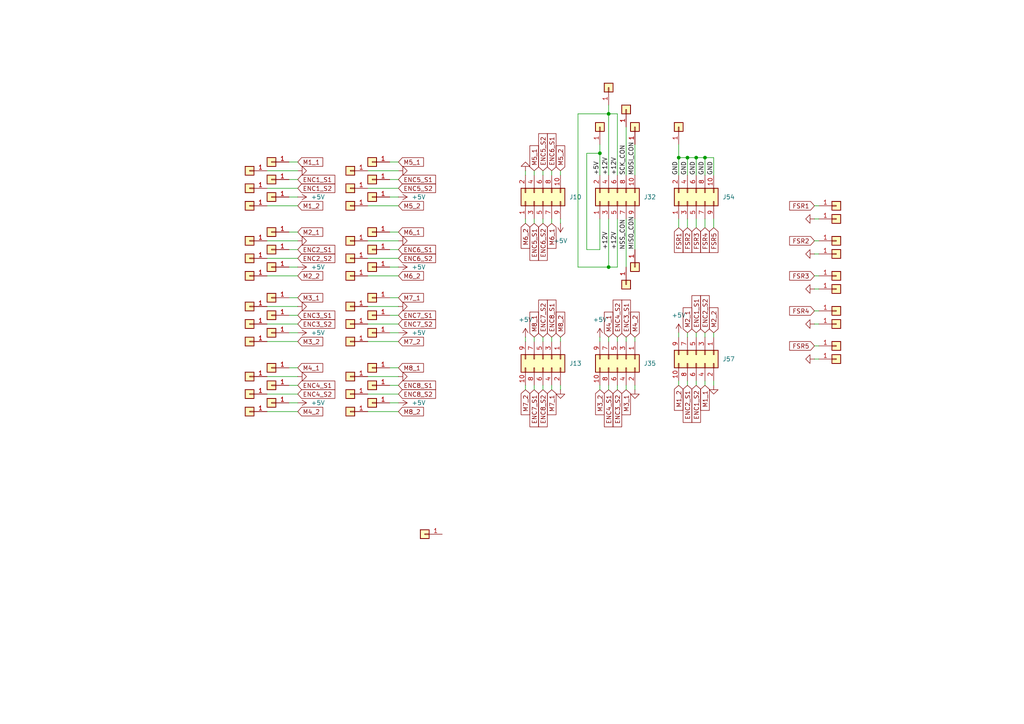
<source format=kicad_sch>
(kicad_sch (version 20231120) (generator "eeschema") (generator_version "8.0")
  (paper "A4")
  (lib_symbols
    (symbol "Connector_Generic:Conn_01x01" (pin_names (offset 1.016) hide)
      (property "Reference" "J" (at 0 2.54 0))
      (property "Value" "Conn_01x01" (at 0 -2.54 0))
      (symbol "Conn_01x01_1_1"
        (rectangle (start -1.27 0.127) (end 0 -0.127) (stroke (width 0.1524)))
        (rectangle (start -1.27 1.27) (end 1.27 -1.27) (stroke (width 0.254)) (fill (type background)))
        (pin passive line (at -5.08 0 0) (length 3.81) (name "Pin_1") (number "1"))
      )
    )
    (symbol "Connector_Generic:Conn_02x05_Odd_Even" (pin_names (offset 1.016) hide)
      (property "Reference" "J" (at 1.27 7.62 0))
      (property "Value" "Conn_02x05_Odd_Even" (at 1.27 -7.62 0))
      (symbol "Conn_02x05_Odd_Even_1_1"
        (rectangle (start -1.27 -4.953) (end 0 -5.207) (stroke (width 0.1524)))
        (rectangle (start -1.27 -2.413) (end 0 -2.667) (stroke (width 0.1524)))
        (rectangle (start -1.27 0.127) (end 0 -0.127) (stroke (width 0.1524)))
        (rectangle (start -1.27 2.667) (end 0 2.413) (stroke (width 0.1524)))
        (rectangle (start -1.27 5.207) (end 0 4.953) (stroke (width 0.1524)))
        (rectangle (start -1.27 6.35) (end 3.81 -6.35) (stroke (width 0.254)) (fill (type background)))
        (rectangle (start 3.81 -4.953) (end 2.54 -5.207) (stroke (width 0.1524)))
        (rectangle (start 3.81 -2.413) (end 2.54 -2.667) (stroke (width 0.1524)))
        (rectangle (start 3.81 0.127) (end 2.54 -0.127) (stroke (width 0.1524)))
        (rectangle (start 3.81 2.667) (end 2.54 2.413) (stroke (width 0.1524)))
        (rectangle (start 3.81 5.207) (end 2.54 4.953) (stroke (width 0.1524)))
        (pin passive line (at -5.08 5.08 0) (length 3.81) (name "Pin_1") (number "1"))
        (pin passive line (at 7.62 -5.08 180) (length 3.81) (name "Pin_10") (number "10"))
        (pin passive line (at 7.62 5.08 180) (length 3.81) (name "Pin_2") (number "2"))
        (pin passive line (at -5.08 2.54 0) (length 3.81) (name "Pin_3") (number "3"))
        (pin passive line (at 7.62 2.54 180) (length 3.81) (name "Pin_4") (number "4"))
        (pin passive line (at -5.08 0 0) (length 3.81) (name "Pin_5") (number "5"))
        (pin passive line (at 7.62 0 180) (length 3.81) (name "Pin_6") (number "6"))
        (pin passive line (at -5.08 -2.54 0) (length 3.81) (name "Pin_7") (number "7"))
        (pin passive line (at 7.62 -2.54 180) (length 3.81) (name "Pin_8") (number "8"))
        (pin passive line (at -5.08 -5.08 0) (length 3.81) (name "Pin_9") (number "9"))
      )
    )
    (symbol "power:+5V" (power) (pin_numbers hide) (pin_names (offset 0) hide)
      (property "Value" "+5V" (at 0 3.556 0))
      (symbol "+5V_0_1"
        (polyline (pts (xy -0.762 1.27) (xy 0 2.54)))
        (polyline (pts (xy 0 0) (xy 0 2.54)))
        (polyline (pts (xy 0 2.54) (xy 0.762 1.27)))
      )
      (symbol "+5V_1_1"
        (pin power_in line (at 0 0 90) (length 0) (name "~") (number "1"))
      )
    )
    (symbol "power:GND" (power) (pin_numbers hide) (pin_names (offset 0) hide)
      (property "Value" "GND" (at 0 -3.81 0))
      (symbol "GND_0_1"
        (polyline (pts (xy 0 0) (xy 0 -1.27) (xy 1.27 -1.27) (xy 0 -2.54) (xy -1.27 -1.27) (xy 0 -1.27)))
      )
      (symbol "GND_1_1"
        (pin power_in line (at 0 0 270) (length 0) (name "~") (number "1"))
      )
    )
  )
  (junction (at 173.99 44.45))
  (junction (at 201.93 45.72))
  (junction (at 196.85 45.72))
  (junction (at 199.39 45.72))
  (junction (at 176.53 77.47))
  (junction (at 176.53 33.02))
  (junction (at 204.47 45.72))
  (wire (pts (xy 196.85 41.91) (xy 196.85 45.72)))
  (wire (pts (xy 176.53 77.47) (xy 179.07 77.47)))
  (wire (pts (xy 173.99 63.5) (xy 173.99 72.39)))
  (wire (pts (xy 176.53 77.47) (xy 167.64 77.47)))
  (wire (pts (xy 77.47 93.98) (xy 86.36 93.98)))
  (wire (pts (xy 113.03 67.31) (xy 115.57 67.31)))
  (wire (pts (xy 176.53 33.02) (xy 176.53 50.8)))
  (wire (pts (xy 77.47 119.38) (xy 86.36 119.38)))
  (wire (pts (xy 199.39 45.72) (xy 196.85 45.72)))
  (wire (pts (xy 179.07 113.03) (xy 179.07 111.76)))
  (wire (pts (xy 204.47 45.72) (xy 207.01 45.72)))
  (wire (pts (xy 106.68 114.3) (xy 115.57 114.3)))
  (wire (pts (xy 77.47 109.22) (xy 86.36 109.22)))
  (wire (pts (xy 152.4 49.53) (xy 152.4 50.8)))
  (wire (pts (xy 77.47 74.93) (xy 86.36 74.93)))
  (wire (pts (xy 176.53 113.03) (xy 176.53 111.76)))
  (wire (pts (xy 160.02 113.03) (xy 160.02 111.76)))
  (wire (pts (xy 83.82 91.44) (xy 86.36 91.44)))
  (wire (pts (xy 162.56 113.03) (xy 162.56 111.76)))
  (wire (pts (xy 201.93 45.72) (xy 201.93 50.8)))
  (wire (pts (xy 106.68 69.85) (xy 115.57 69.85)))
  (wire (pts (xy 170.18 72.39) (xy 170.18 44.45)))
  (wire (pts (xy 199.39 63.5) (xy 199.39 66.04)))
  (wire (pts (xy 184.15 113.03) (xy 184.15 111.76)))
  (wire (pts (xy 181.61 63.5) (xy 181.61 77.47)))
  (wire (pts (xy 201.93 45.72) (xy 204.47 45.72)))
  (wire (pts (xy 196.85 63.5) (xy 196.85 66.04)))
  (wire (pts (xy 83.82 57.15) (xy 86.36 57.15)))
  (wire (pts (xy 113.03 111.76) (xy 115.57 111.76)))
  (wire (pts (xy 83.82 67.31) (xy 86.36 67.31)))
  (wire (pts (xy 181.61 36.83) (xy 181.61 50.8)))
  (wire (pts (xy 207.01 111.76) (xy 207.01 110.49)))
  (wire (pts (xy 83.82 96.52) (xy 86.36 96.52)))
  (wire (pts (xy 236.22 73.66) (xy 237.49 73.66)))
  (wire (pts (xy 179.07 33.02) (xy 179.07 50.8)))
  (wire (pts (xy 181.61 113.03) (xy 181.61 111.76)))
  (wire (pts (xy 106.68 99.06) (xy 115.57 99.06)))
  (wire (pts (xy 113.03 72.39) (xy 115.57 72.39)))
  (wire (pts (xy 236.22 63.5) (xy 237.49 63.5)))
  (wire (pts (xy 154.94 49.53) (xy 154.94 50.8)))
  (wire (pts (xy 113.03 46.99) (xy 115.57 46.99)))
  (wire (pts (xy 173.99 44.45) (xy 173.99 50.8)))
  (wire (pts (xy 207.01 63.5) (xy 207.01 66.04)))
  (wire (pts (xy 77.47 59.69) (xy 86.36 59.69)))
  (wire (pts (xy 157.48 49.53) (xy 157.48 50.8)))
  (wire (pts (xy 236.22 100.33) (xy 237.49 100.33)))
  (wire (pts (xy 152.4 64.77) (xy 152.4 63.5)))
  (wire (pts (xy 173.99 72.39) (xy 170.18 72.39)))
  (wire (pts (xy 83.82 111.76) (xy 86.36 111.76)))
  (wire (pts (xy 176.53 30.48) (xy 176.53 33.02)))
  (wire (pts (xy 113.03 86.36) (xy 115.57 86.36)))
  (wire (pts (xy 162.56 49.53) (xy 162.56 50.8)))
  (wire (pts (xy 113.03 77.47) (xy 115.57 77.47)))
  (wire (pts (xy 236.22 80.01) (xy 237.49 80.01)))
  (wire (pts (xy 83.82 106.68) (xy 86.36 106.68)))
  (wire (pts (xy 106.68 59.69) (xy 115.57 59.69)))
  (wire (pts (xy 162.56 97.79) (xy 162.56 99.06)))
  (wire (pts (xy 176.53 97.79) (xy 176.53 99.06)))
  (wire (pts (xy 106.68 88.9) (xy 115.57 88.9)))
  (wire (pts (xy 196.85 111.76) (xy 196.85 110.49)))
  (wire (pts (xy 77.47 69.85) (xy 86.36 69.85)))
  (wire (pts (xy 204.47 63.5) (xy 204.47 66.04)))
  (wire (pts (xy 184.15 63.5) (xy 184.15 72.39)))
  (wire (pts (xy 157.48 97.79) (xy 157.48 99.06)))
  (wire (pts (xy 236.22 83.82) (xy 237.49 83.82)))
  (wire (pts (xy 179.07 97.79) (xy 179.07 99.06)))
  (wire (pts (xy 201.93 96.52) (xy 201.93 97.79)))
  (wire (pts (xy 77.47 54.61) (xy 86.36 54.61)))
  (wire (pts (xy 83.82 116.84) (xy 86.36 116.84)))
  (wire (pts (xy 106.68 119.38) (xy 115.57 119.38)))
  (wire (pts (xy 199.39 111.76) (xy 199.39 110.49)))
  (wire (pts (xy 207.01 96.52) (xy 207.01 97.79)))
  (wire (pts (xy 83.82 77.47) (xy 86.36 77.47)))
  (wire (pts (xy 173.99 41.91) (xy 173.99 44.45)))
  (wire (pts (xy 152.4 113.03) (xy 152.4 111.76)))
  (wire (pts (xy 184.15 41.91) (xy 184.15 50.8)))
  (wire (pts (xy 176.53 63.5) (xy 176.53 77.47)))
  (wire (pts (xy 113.03 57.15) (xy 115.57 57.15)))
  (wire (pts (xy 113.03 91.44) (xy 115.57 91.44)))
  (wire (pts (xy 179.07 63.5) (xy 179.07 77.47)))
  (wire (pts (xy 160.02 49.53) (xy 160.02 50.8)))
  (wire (pts (xy 83.82 86.36) (xy 86.36 86.36)))
  (wire (pts (xy 204.47 111.76) (xy 204.47 110.49)))
  (wire (pts (xy 77.47 99.06) (xy 86.36 99.06)))
  (wire (pts (xy 167.64 33.02) (xy 176.53 33.02)))
  (wire (pts (xy 236.22 59.69) (xy 237.49 59.69)))
  (wire (pts (xy 77.47 88.9) (xy 86.36 88.9)))
  (wire (pts (xy 106.68 93.98) (xy 115.57 93.98)))
  (wire (pts (xy 113.03 96.52) (xy 115.57 96.52)))
  (wire (pts (xy 157.48 113.03) (xy 157.48 111.76)))
  (wire (pts (xy 113.03 106.68) (xy 115.57 106.68)))
  (wire (pts (xy 106.68 109.22) (xy 115.57 109.22)))
  (wire (pts (xy 154.94 97.79) (xy 154.94 99.06)))
  (wire (pts (xy 199.39 45.72) (xy 201.93 45.72)))
  (wire (pts (xy 204.47 45.72) (xy 204.47 50.8)))
  (wire (pts (xy 173.99 97.79) (xy 173.99 99.06)))
  (wire (pts (xy 207.01 45.72) (xy 207.01 50.8)))
  (wire (pts (xy 181.61 97.79) (xy 181.61 99.06)))
  (wire (pts (xy 77.47 80.01) (xy 86.36 80.01)))
  (wire (pts (xy 167.64 33.02) (xy 167.64 77.47)))
  (wire (pts (xy 162.56 64.77) (xy 162.56 63.5)))
  (wire (pts (xy 170.18 44.45) (xy 173.99 44.45)))
  (wire (pts (xy 106.68 74.93) (xy 115.57 74.93)))
  (wire (pts (xy 113.03 52.07) (xy 115.57 52.07)))
  (wire (pts (xy 157.48 64.77) (xy 157.48 63.5)))
  (wire (pts (xy 196.85 96.52) (xy 196.85 97.79)))
  (wire (pts (xy 106.68 54.61) (xy 115.57 54.61)))
  (wire (pts (xy 77.47 114.3) (xy 86.36 114.3)))
  (wire (pts (xy 176.53 33.02) (xy 179.07 33.02)))
  (wire (pts (xy 152.4 97.79) (xy 152.4 99.06)))
  (wire (pts (xy 236.22 93.98) (xy 237.49 93.98)))
  (wire (pts (xy 83.82 46.99) (xy 86.36 46.99)))
  (wire (pts (xy 154.94 64.77) (xy 154.94 63.5)))
  (wire (pts (xy 204.47 96.52) (xy 204.47 97.79)))
  (wire (pts (xy 201.93 111.76) (xy 201.93 110.49)))
  (wire (pts (xy 236.22 69.85) (xy 237.49 69.85)))
  (wire (pts (xy 83.82 72.39) (xy 86.36 72.39)))
  (wire (pts (xy 199.39 96.52) (xy 199.39 97.79)))
  (wire (pts (xy 236.22 90.17) (xy 237.49 90.17)))
  (wire (pts (xy 77.47 49.53) (xy 86.36 49.53)))
  (wire (pts (xy 199.39 50.8) (xy 199.39 45.72)))
  (wire (pts (xy 236.22 104.14) (xy 237.49 104.14)))
  (wire (pts (xy 173.99 113.03) (xy 173.99 111.76)))
  (wire (pts (xy 160.02 97.79) (xy 160.02 99.06)))
  (wire (pts (xy 184.15 97.79) (xy 184.15 99.06)))
  (wire (pts (xy 201.93 63.5) (xy 201.93 66.04)))
  (wire (pts (xy 160.02 64.77) (xy 160.02 63.5)))
  (wire (pts (xy 196.85 45.72) (xy 196.85 50.8)))
  (wire (pts (xy 113.03 116.84) (xy 115.57 116.84)))
  (wire (pts (xy 83.82 52.07) (xy 86.36 52.07)))
  (wire (pts (xy 106.68 49.53) (xy 115.57 49.53)))
  (wire (pts (xy 106.68 80.01) (xy 115.57 80.01)))
  (wire (pts (xy 154.94 113.03) (xy 154.94 111.76)))
  (label "+12V" (at 179.07 72.39 90))
  (label "GND" (at 207.01 50.8 90))
  (label "SCK_CON" (at 181.61 50.8 90))
  (label "+12V" (at 179.07 50.8 90))
  (label "MOSI_CON" (at 184.15 50.8 90))
  (label "GND" (at 204.47 50.8 90))
  (label "GND" (at 196.85 50.8 90))
  (label "+5V" (at 173.99 50.8 90))
  (label "+12V" (at 176.53 72.39 90))
  (label "+12V" (at 176.53 50.8 90))
  (label "MISO_CON" (at 184.15 72.39 90))
  (label "NSS_CON" (at 181.61 72.39 90))
  (label "GND" (at 201.93 50.8 90))
  (label "GND" (at 199.39 50.8 90))
  (global_label "M2_2" (shape input) (at 86.36 80.01 0) (property "Intersheetrefs" "${INTERSHEET_REFS}" (effects (hide yes))))
  (global_label "M3_2" (shape input) (at 173.99 113.03 270) (property "Intersheetrefs" "${INTERSHEET_REFS}" (effects (hide yes))))
  (global_label "M1_2" (shape input) (at 86.36 59.69 0) (property "Intersheetrefs" "${INTERSHEET_REFS}" (effects (hide yes))))
  (global_label "M8_2" (shape input) (at 115.57 119.38 0) (property "Intersheetrefs" "${INTERSHEET_REFS}" (effects (hide yes))))
  (global_label "ENC6_S1" (shape input) (at 115.57 72.39 0) (property "Intersheetrefs" "${INTERSHEET_REFS}" (effects (hide yes))))
  (global_label "M2_1" (shape input) (at 199.39 96.52 90) (property "Intersheetrefs" "${INTERSHEET_REFS}" (effects (hide yes))))
  (global_label "ENC7_S2" (shape input) (at 157.48 97.79 90) (property "Intersheetrefs" "${INTERSHEET_REFS}" (effects (hide yes))))
  (global_label "M5_2" (shape input) (at 162.56 49.53 90) (property "Intersheetrefs" "${INTERSHEET_REFS}" (effects (hide yes))))
  (global_label "M8_1" (shape input) (at 115.57 106.68 0) (property "Intersheetrefs" "${INTERSHEET_REFS}" (effects (hide yes))))
  (global_label "ENC4_S2" (shape input) (at 179.07 97.79 90) (property "Intersheetrefs" "${INTERSHEET_REFS}" (effects (hide yes))))
  (global_label "ENC2_S2" (shape input) (at 204.47 96.52 90) (property "Intersheetrefs" "${INTERSHEET_REFS}" (effects (hide yes))))
  (global_label "ENC4_S1" (shape input) (at 86.36 111.76 0) (property "Intersheetrefs" "${INTERSHEET_REFS}" (effects (hide yes))))
  (global_label "M5_2" (shape input) (at 115.57 59.69 0) (property "Intersheetrefs" "${INTERSHEET_REFS}" (effects (hide yes))))
  (global_label "M1_2" (shape input) (at 196.85 111.76 270) (property "Intersheetrefs" "${INTERSHEET_REFS}" (effects (hide yes))))
  (global_label "ENC3_S1" (shape input) (at 181.61 97.79 90) (property "Intersheetrefs" "${INTERSHEET_REFS}" (effects (hide yes))))
  (global_label "M1_1" (shape input) (at 204.47 111.76 270) (property "Intersheetrefs" "${INTERSHEET_REFS}" (effects (hide yes))))
  (global_label "M4_1" (shape input) (at 176.53 97.79 90) (property "Intersheetrefs" "${INTERSHEET_REFS}" (effects (hide yes))))
  (global_label "ENC7_S1" (shape input) (at 115.57 91.44 0) (property "Intersheetrefs" "${INTERSHEET_REFS}" (effects (hide yes))))
  (global_label "M8_2" (shape input) (at 162.56 97.79 90) (property "Intersheetrefs" "${INTERSHEET_REFS}" (effects (hide yes))))
  (global_label "M4_1" (shape input) (at 86.36 106.68 0) (property "Intersheetrefs" "${INTERSHEET_REFS}" (effects (hide yes))))
  (global_label "M8_1" (shape input) (at 154.94 97.79 90) (property "Intersheetrefs" "${INTERSHEET_REFS}" (effects (hide yes))))
  (global_label "ENC7_S2" (shape input) (at 115.57 93.98 0) (property "Intersheetrefs" "${INTERSHEET_REFS}" (effects (hide yes))))
  (global_label "ENC6_S2" (shape input) (at 157.48 64.77 270) (property "Intersheetrefs" "${INTERSHEET_REFS}" (effects (hide yes))))
  (global_label "FSR1" (shape input) (at 236.22 59.69 180) (property "Intersheetrefs" "${INTERSHEET_REFS}" (effects (hide yes))))
  (global_label "M4_2" (shape input) (at 184.15 97.79 90) (property "Intersheetrefs" "${INTERSHEET_REFS}" (effects (hide yes))))
  (global_label "ENC4_S1" (shape input) (at 176.53 113.03 270) (property "Intersheetrefs" "${INTERSHEET_REFS}" (effects (hide yes))))
  (global_label "ENC1_S2" (shape input) (at 86.36 54.61 0) (property "Intersheetrefs" "${INTERSHEET_REFS}" (effects (hide yes))))
  (global_label "FSR3" (shape input) (at 201.93 66.04 270) (property "Intersheetrefs" "${INTERSHEET_REFS}" (effects (hide yes))))
  (global_label "ENC1_S2" (shape input) (at 201.93 111.76 270) (property "Intersheetrefs" "${INTERSHEET_REFS}" (effects (hide yes))))
  (global_label "M1_1" (shape input) (at 86.36 46.99 0) (property "Intersheetrefs" "${INTERSHEET_REFS}" (effects (hide yes))))
  (global_label "ENC5_S1" (shape input) (at 154.94 64.77 270) (property "Intersheetrefs" "${INTERSHEET_REFS}" (effects (hide yes))))
  (global_label "ENC5_S1" (shape input) (at 115.57 52.07 0) (property "Intersheetrefs" "${INTERSHEET_REFS}" (effects (hide yes))))
  (global_label "M3_1" (shape input) (at 181.61 113.03 270) (property "Intersheetrefs" "${INTERSHEET_REFS}" (effects (hide yes))))
  (global_label "ENC6_S2" (shape input) (at 115.57 74.93 0) (property "Intersheetrefs" "${INTERSHEET_REFS}" (effects (hide yes))))
  (global_label "FSR5" (shape input) (at 236.22 100.33 180) (property "Intersheetrefs" "${INTERSHEET_REFS}" (effects (hide yes))))
  (global_label "M7_2" (shape input) (at 152.4 113.03 270) (property "Intersheetrefs" "${INTERSHEET_REFS}" (effects (hide yes))))
  (global_label "ENC3_S2" (shape input) (at 179.07 113.03 270) (property "Intersheetrefs" "${INTERSHEET_REFS}" (effects (hide yes))))
  (global_label "M6_2" (shape input) (at 115.57 80.01 0) (property "Intersheetrefs" "${INTERSHEET_REFS}" (effects (hide yes))))
  (global_label "ENC7_S1" (shape input) (at 154.94 113.03 270) (property "Intersheetrefs" "${INTERSHEET_REFS}" (effects (hide yes))))
  (global_label "ENC8_S1" (shape input) (at 160.02 97.79 90) (property "Intersheetrefs" "${INTERSHEET_REFS}" (effects (hide yes))))
  (global_label "ENC8_S1" (shape input) (at 115.57 111.76 0) (property "Intersheetrefs" "${INTERSHEET_REFS}" (effects (hide yes))))
  (global_label "ENC3_S2" (shape input) (at 86.36 93.98 0) (property "Intersheetrefs" "${INTERSHEET_REFS}" (effects (hide yes))))
  (global_label "ENC2_S1" (shape input) (at 86.36 72.39 0) (property "Intersheetrefs" "${INTERSHEET_REFS}" (effects (hide yes))))
  (global_label "ENC1_S1" (shape input) (at 201.93 96.52 90) (property "Intersheetrefs" "${INTERSHEET_REFS}" (effects (hide yes))))
  (global_label "ENC1_S1" (shape input) (at 86.36 52.07 0) (property "Intersheetrefs" "${INTERSHEET_REFS}" (effects (hide yes))))
  (global_label "ENC8_S2" (shape input) (at 115.57 114.3 0) (property "Intersheetrefs" "${INTERSHEET_REFS}" (effects (hide yes))))
  (global_label "M7_2" (shape input) (at 115.57 99.06 0) (property "Intersheetrefs" "${INTERSHEET_REFS}" (effects (hide yes))))
  (global_label "ENC4_S2" (shape input) (at 86.36 114.3 0) (property "Intersheetrefs" "${INTERSHEET_REFS}" (effects (hide yes))))
  (global_label "ENC2_S1" (shape input) (at 199.39 111.76 270) (property "Intersheetrefs" "${INTERSHEET_REFS}" (effects (hide yes))))
  (global_label "M5_1" (shape input) (at 115.57 46.99 0) (property "Intersheetrefs" "${INTERSHEET_REFS}" (effects (hide yes))))
  (global_label "M4_2" (shape input) (at 86.36 119.38 0) (property "Intersheetrefs" "${INTERSHEET_REFS}" (effects (hide yes))))
  (global_label "FSR3" (shape input) (at 236.22 80.01 180) (property "Intersheetrefs" "${INTERSHEET_REFS}" (effects (hide yes))))
  (global_label "M6_1" (shape input) (at 115.57 67.31 0) (property "Intersheetrefs" "${INTERSHEET_REFS}" (effects (hide yes))))
  (global_label "M3_2" (shape input) (at 86.36 99.06 0) (property "Intersheetrefs" "${INTERSHEET_REFS}" (effects (hide yes))))
  (global_label "ENC6_S1" (shape input) (at 160.02 49.53 90) (property "Intersheetrefs" "${INTERSHEET_REFS}" (effects (hide yes))))
  (global_label "M5_1" (shape input) (at 154.94 49.53 90) (property "Intersheetrefs" "${INTERSHEET_REFS}" (effects (hide yes))))
  (global_label "FSR2" (shape input) (at 199.39 66.04 270) (property "Intersheetrefs" "${INTERSHEET_REFS}" (effects (hide yes))))
  (global_label "M2_2" (shape input) (at 207.01 96.52 90) (property "Intersheetrefs" "${INTERSHEET_REFS}" (effects (hide yes))))
  (global_label "M6_2" (shape input) (at 152.4 64.77 270) (property "Intersheetrefs" "${INTERSHEET_REFS}" (effects (hide yes))))
  (global_label "FSR4" (shape input) (at 236.22 90.17 180) (property "Intersheetrefs" "${INTERSHEET_REFS}" (effects (hide yes))))
  (global_label "ENC5_S2" (shape input) (at 157.48 49.53 90) (property "Intersheetrefs" "${INTERSHEET_REFS}" (effects (hide yes))))
  (global_label "FSR2" (shape input) (at 236.22 69.85 180) (property "Intersheetrefs" "${INTERSHEET_REFS}" (effects (hide yes))))
  (global_label "FSR1" (shape input) (at 196.85 66.04 270) (property "Intersheetrefs" "${INTERSHEET_REFS}" (effects (hide yes))))
  (global_label "M7_1" (shape input) (at 160.02 113.03 270) (property "Intersheetrefs" "${INTERSHEET_REFS}" (effects (hide yes))))
  (global_label "M7_1" (shape input) (at 115.57 86.36 0) (property "Intersheetrefs" "${INTERSHEET_REFS}" (effects (hide yes))))
  (global_label "ENC2_S2" (shape input) (at 86.36 74.93 0) (property "Intersheetrefs" "${INTERSHEET_REFS}" (effects (hide yes))))
  (global_label "M3_1" (shape input) (at 86.36 86.36 0) (property "Intersheetrefs" "${INTERSHEET_REFS}" (effects (hide yes))))
  (global_label "M6_1" (shape input) (at 160.02 64.77 270) (property "Intersheetrefs" "${INTERSHEET_REFS}" (effects (hide yes))))
  (global_label "M2_1" (shape input) (at 86.36 67.31 0) (property "Intersheetrefs" "${INTERSHEET_REFS}" (effects (hide yes))))
  (global_label "ENC3_S1" (shape input) (at 86.36 91.44 0) (property "Intersheetrefs" "${INTERSHEET_REFS}" (effects (hide yes))))
  (global_label "ENC5_S2" (shape input) (at 115.57 54.61 0) (property "Intersheetrefs" "${INTERSHEET_REFS}" (effects (hide yes))))
  (global_label "FSR5" (shape input) (at 207.01 66.04 270) (property "Intersheetrefs" "${INTERSHEET_REFS}" (effects (hide yes))))
  (global_label "FSR4" (shape input) (at 204.47 66.04 270) (property "Intersheetrefs" "${INTERSHEET_REFS}" (effects (hide yes))))
  (global_label "ENC8_S2" (shape input) (at 157.48 113.03 270) (property "Intersheetrefs" "${INTERSHEET_REFS}" (effects (hide yes))))
  (symbol (lib_id "Connector_Generic:Conn_01x01") (at 101.6 93.98 180) (unit 1)
    (property "Reference" "J58" (effects (hide yes)))
    (property "Value" "Conn_01x01" (effects (hide yes)))
    (property "Footprint" "Connector_Wire:SolderWire-0.1sqmm_1x01_D0.4mm_OD1mm" (effects (hide yes)))
    (property "Description" "Generic connector, single row, 01x01, script generated (kicad-library-utils/schlib/autogen/connector/)" (effects (hide yes)))
  )
  (symbol (lib_id "Connector_Generic:Conn_01x01") (at 72.39 80.01 180) (unit 1)
    (property "Reference" "J9" (effects (hide yes)))
    (property "Value" "Conn_01x01" (effects (hide yes)))
    (property "Footprint" "Connector_Wire:SolderWire-0.1sqmm_1x01_D0.4mm_OD1mm" (effects (hide yes)))
    (property "Description" "Generic connector, single row, 01x01, script generated (kicad-library-utils/schlib/autogen/connector/)" (effects (hide yes)))
  )
  (symbol (lib_id "Connector_Generic:Conn_01x01") (at 78.74 96.52 180) (unit 1)
    (property "Reference" "J20" (effects (hide yes)))
    (property "Value" "Conn_01x01" (effects (hide yes)))
    (property "Footprint" "Connector_Wire:SolderWire-0.1sqmm_1x01_D0.4mm_OD1mm" (effects (hide yes)))
    (property "Description" "Generic connector, single row, 01x01, script generated (kicad-library-utils/schlib/autogen/connector/)" (effects (hide yes)))
  )
  (symbol (lib_id "Connector_Generic:Conn_01x01") (at 72.39 59.69 180) (unit 1)
    (property "Reference" "J5" (effects (hide yes)))
    (property "Value" "Conn_01x01" (effects (hide yes)))
    (property "Footprint" "Connector_Wire:SolderWire-0.1sqmm_1x01_D0.4mm_OD1mm" (effects (hide yes)))
    (property "Description" "Generic connector, single row, 01x01, script generated (kicad-library-utils/schlib/autogen/connector/)" (effects (hide yes)))
  )
  (symbol (lib_id "power:GND") (at 86.36 49.53 90) (unit 1)
    (property "Reference" "#PWR02" (effects (hide yes)))
    (property "Value" "GND" (effects (hide yes)))
    (property "Description" "Power symbol creates a global label with name \"GND\" , ground" (effects (hide yes)))
  )
  (symbol (lib_id "Connector_Generic:Conn_01x01") (at 107.95 67.31 180) (unit 1)
    (property "Reference" "J51" (effects (hide yes)))
    (property "Value" "Conn_01x01" (effects (hide yes)))
    (property "Footprint" "Connector_Wire:SolderWire-0.1sqmm_1x01_D0.4mm_OD1mm" (effects (hide yes)))
    (property "Description" "Generic connector, single row, 01x01, script generated (kicad-library-utils/schlib/autogen/connector/)" (effects (hide yes)))
  )
  (symbol (lib_id "power:+5V") (at 162.56 64.77 180) (unit 1)
    (property "Reference" "#PWR017" (effects (hide yes)))
    (property "Value" "+5V" (at 162.56 69.85 0))
    (property "Description" "Power symbol creates a global label with name \"+5V\"" (effects (hide yes)))
  )
  (symbol (lib_id "power:+5V") (at 196.85 96.52 0) (unit 1)
    (property "Reference" "#PWR024" (effects (hide yes)))
    (property "Value" "+5V" (at 196.85 91.44 0))
    (property "Description" "Power symbol creates a global label with name \"+5V\"" (effects (hide yes)))
  )
  (symbol (lib_id "Connector_Generic:Conn_01x01") (at 101.6 119.38 180) (unit 1)
    (property "Reference" "J67" (effects (hide yes)))
    (property "Value" "Conn_01x01" (effects (hide yes)))
    (property "Footprint" "Connector_Wire:SolderWire-0.1sqmm_1x01_D0.4mm_OD1mm" (effects (hide yes)))
    (property "Description" "Generic connector, single row, 01x01, script generated (kicad-library-utils/schlib/autogen/connector/)" (effects (hide yes)))
  )
  (symbol (lib_id "Connector_Generic:Conn_01x01") (at 107.95 86.36 180) (unit 1)
    (property "Reference" "J61" (effects (hide yes)))
    (property "Value" "Conn_01x01" (effects (hide yes)))
    (property "Footprint" "Connector_Wire:SolderWire-0.1sqmm_1x01_D0.4mm_OD1mm" (effects (hide yes)))
    (property "Description" "Generic connector, single row, 01x01, script generated (kicad-library-utils/schlib/autogen/connector/)" (effects (hide yes)))
  )
  (symbol (lib_id "Connector_Generic:Conn_01x01") (at 78.74 111.76 180) (unit 1)
    (property "Reference" "J29" (effects (hide yes)))
    (property "Value" "Conn_01x01" (effects (hide yes)))
    (property "Footprint" "Connector_Wire:SolderWire-0.1sqmm_1x01_D0.4mm_OD1mm" (effects (hide yes)))
    (property "Description" "Generic connector, single row, 01x01, script generated (kicad-library-utils/schlib/autogen/connector/)" (effects (hide yes)))
  )
  (symbol (lib_id "power:+5V") (at 115.57 116.84 270) (unit 1)
    (property "Reference" "#PWR016" (effects (hide yes)))
    (property "Value" "+5V" (at 119.38 116.8399 90) (effects (justify left)))
    (property "Description" "Power symbol creates a global label with name \"+5V\"" (effects (hide yes)))
  )
  (symbol (lib_id "Connector_Generic:Conn_01x01") (at 101.6 109.22 180) (unit 1)
    (property "Reference" "J65" (effects (hide yes)))
    (property "Value" "Conn_01x01" (effects (hide yes)))
    (property "Footprint" "Connector_Wire:SolderWire-0.1sqmm_1x01_D0.4mm_OD1mm" (effects (hide yes)))
    (property "Description" "Generic connector, single row, 01x01, script generated (kicad-library-utils/schlib/autogen/connector/)" (effects (hide yes)))
  )
  (symbol (lib_id "Connector_Generic:Conn_02x05_Odd_Even") (at 157.48 104.14 270) (unit 1)
    (property "Reference" "J13" (at 165.1 105.4099 90) (effects (justify left)))
    (property "Value" "Conn_02x05_Odd_Even" (effects (hide yes)))
    (property "Footprint" "Connector_PinSocket_2.00mm:PinSocket_2x05_P2.00mm_Vertical_SMD" (effects (hide yes)))
    (property "Description" "Generic connector, double row, 02x05, odd/even pin numbering scheme (row 1 odd numbers, row 2 even numbers), script generated (kicad-library-utils/schlib/autogen/connector/)" (effects (hide yes)))
  )
  (symbol (lib_id "power:GND") (at 152.4 49.53 180) (unit 1)
    (property "Reference" "#PWR018" (effects (hide yes)))
    (property "Value" "GND" (effects (hide yes)))
    (property "Description" "Power symbol creates a global label with name \"GND\" , ground" (effects (hide yes)))
  )
  (symbol (lib_id "power:GND") (at 115.57 109.22 90) (unit 1)
    (property "Reference" "#PWR015" (effects (hide yes)))
    (property "Value" "GND" (effects (hide yes)))
    (property "Description" "Power symbol creates a global label with name \"GND\" , ground" (effects (hide yes)))
  )
  (symbol (lib_id "Connector_Generic:Conn_01x01") (at 242.57 104.14 0) (unit 1)
    (property "Reference" "J76" (effects (hide yes)))
    (property "Value" "Conn_01x01" (effects (hide yes)))
    (property "Footprint" "Connector_Wire:SolderWire-0.1sqmm_1x01_D0.4mm_OD1mm" (effects (hide yes)))
    (property "Description" "Generic connector, single row, 01x01, script generated (kicad-library-utils/schlib/autogen/connector/)" (effects (hide yes)))
  )
  (symbol (lib_id "power:+5V") (at 86.36 116.84 270) (unit 1)
    (property "Reference" "#PWR08" (effects (hide yes)))
    (property "Value" "+5V" (at 90.17 116.8399 90) (effects (justify left)))
    (property "Description" "Power symbol creates a global label with name \"+5V\"" (effects (hide yes)))
  )
  (symbol (lib_id "Connector_Generic:Conn_01x01") (at 78.74 57.15 180) (unit 1)
    (property "Reference" "J6" (effects (hide yes)))
    (property "Value" "Conn_01x01" (effects (hide yes)))
    (property "Footprint" "Connector_Wire:SolderWire-0.1sqmm_1x01_D0.4mm_OD1mm" (effects (hide yes)))
    (property "Description" "Generic connector, single row, 01x01, script generated (kicad-library-utils/schlib/autogen/connector/)" (effects (hide yes)))
  )
  (symbol (lib_id "power:+5V") (at 173.99 97.79 0) (unit 1)
    (property "Reference" "#PWR021" (effects (hide yes)))
    (property "Value" "+5V" (at 173.99 92.71 0))
    (property "Description" "Power symbol creates a global label with name \"+5V\"" (effects (hide yes)))
  )
  (symbol (lib_id "Connector_Generic:Conn_02x05_Odd_Even") (at 201.93 58.42 90) (unit 1)
    (property "Reference" "J54" (at 209.55 57.1499 90) (effects (justify right)))
    (property "Value" "Conn_02x05_Odd_Even" (effects (hide yes)))
    (property "Footprint" "Connector_PinSocket_2.00mm:PinSocket_2x05_P2.00mm_Vertical_SMD" (effects (hide yes)))
    (property "Description" "Generic connector, double row, 02x05, odd/even pin numbering scheme (row 1 odd numbers, row 2 even numbers), script generated (kicad-library-utils/schlib/autogen/connector/)" (effects (hide yes)))
  )
  (symbol (lib_id "power:GND") (at 236.22 93.98 270) (unit 1)
    (property "Reference" "#PWR028" (effects (hide yes)))
    (property "Value" "GND" (effects (hide yes)))
    (property "Description" "Power symbol creates a global label with name \"GND\" , ground" (effects (hide yes)))
  )
  (symbol (lib_id "Connector_Generic:Conn_01x01") (at 242.57 93.98 0) (unit 1)
    (property "Reference" "J74" (effects (hide yes)))
    (property "Value" "Conn_01x01" (effects (hide yes)))
    (property "Footprint" "Connector_Wire:SolderWire-0.1sqmm_1x01_D0.4mm_OD1mm" (effects (hide yes)))
    (property "Description" "Generic connector, single row, 01x01, script generated (kicad-library-utils/schlib/autogen/connector/)" (effects (hide yes)))
  )
  (symbol (lib_id "Connector_Generic:Conn_01x01") (at 107.95 111.76 180) (unit 1)
    (property "Reference" "J69" (effects (hide yes)))
    (property "Value" "Conn_01x01" (effects (hide yes)))
    (property "Footprint" "Connector_Wire:SolderWire-0.1sqmm_1x01_D0.4mm_OD1mm" (effects (hide yes)))
    (property "Description" "Generic connector, single row, 01x01, script generated (kicad-library-utils/schlib/autogen/connector/)" (effects (hide yes)))
  )
  (symbol (lib_id "Connector_Generic:Conn_01x01") (at 107.95 72.39 180) (unit 1)
    (property "Reference" "J52" (effects (hide yes)))
    (property "Value" "Conn_01x01" (effects (hide yes)))
    (property "Footprint" "Connector_Wire:SolderWire-0.1sqmm_1x01_D0.4mm_OD1mm" (effects (hide yes)))
    (property "Description" "Generic connector, single row, 01x01, script generated (kicad-library-utils/schlib/autogen/connector/)" (effects (hide yes)))
  )
  (symbol (lib_id "Connector_Generic:Conn_01x01") (at 184.15 36.83 90) (unit 1)
    (property "Reference" "J41" (effects (hide yes)))
    (property "Value" "Conn_01x01" (effects (hide yes)))
    (property "Footprint" "Connector_Wire:SolderWire-0.1sqmm_1x01_D0.4mm_OD1mm" (effects (hide yes)))
    (property "Description" "Generic connector, single row, 01x01, script generated (kicad-library-utils/schlib/autogen/connector/)" (effects (hide yes)))
  )
  (symbol (lib_id "power:+5V") (at 115.57 77.47 270) (unit 1)
    (property "Reference" "#PWR012" (effects (hide yes)))
    (property "Value" "+5V" (at 119.38 77.4699 90) (effects (justify left)))
    (property "Description" "Power symbol creates a global label with name \"+5V\"" (effects (hide yes)))
  )
  (symbol (lib_id "Connector_Generic:Conn_01x01") (at 78.74 91.44 180) (unit 1)
    (property "Reference" "J19" (effects (hide yes)))
    (property "Value" "Conn_01x01" (effects (hide yes)))
    (property "Footprint" "Connector_Wire:SolderWire-0.1sqmm_1x01_D0.4mm_OD1mm" (effects (hide yes)))
    (property "Description" "Generic connector, single row, 01x01, script generated (kicad-library-utils/schlib/autogen/connector/)" (effects (hide yes)))
  )
  (symbol (lib_id "power:+5V") (at 86.36 77.47 270) (unit 1)
    (property "Reference" "#PWR04" (effects (hide yes)))
    (property "Value" "+5V" (at 90.17 77.4699 90) (effects (justify left)))
    (property "Description" "Power symbol creates a global label with name \"+5V\"" (effects (hide yes)))
  )
  (symbol (lib_id "Connector_Generic:Conn_01x01") (at 242.57 80.01 0) (unit 1)
    (property "Reference" "J55" (effects (hide yes)))
    (property "Value" "Conn_01x01" (effects (hide yes)))
    (property "Footprint" "Connector_Wire:SolderWire-0.1sqmm_1x01_D0.4mm_OD1mm" (effects (hide yes)))
    (property "Description" "Generic connector, single row, 01x01, script generated (kicad-library-utils/schlib/autogen/connector/)" (effects (hide yes)))
  )
  (symbol (lib_id "Connector_Generic:Conn_02x05_Odd_Even") (at 179.07 58.42 90) (unit 1)
    (property "Reference" "J32" (at 186.69 57.1499 90) (effects (justify right)))
    (property "Value" "Conn_02x05_Odd_Even" (effects (hide yes)))
    (property "Footprint" "Connector_PinSocket_2.00mm:PinSocket_2x05_P2.00mm_Vertical_SMD" (effects (hide yes)))
    (property "Description" "Generic connector, double row, 02x05, odd/even pin numbering scheme (row 1 odd numbers, row 2 even numbers), script generated (kicad-library-utils/schlib/autogen/connector/)" (effects (hide yes)))
  )
  (symbol (lib_id "Connector_Generic:Conn_01x01") (at 242.57 59.69 0) (unit 1)
    (property "Reference" "J72" (effects (hide yes)))
    (property "Value" "Conn_01x01" (effects (hide yes)))
    (property "Footprint" "Connector_Wire:SolderWire-0.1sqmm_1x01_D0.4mm_OD1mm" (effects (hide yes)))
    (property "Description" "Generic connector, single row, 01x01, script generated (kicad-library-utils/schlib/autogen/connector/)" (effects (hide yes)))
  )
  (symbol (lib_id "Connector_Generic:Conn_01x01") (at 72.39 93.98 180) (unit 1)
    (property "Reference" "J16" (effects (hide yes)))
    (property "Value" "Conn_01x01" (effects (hide yes)))
    (property "Footprint" "Connector_Wire:SolderWire-0.1sqmm_1x01_D0.4mm_OD1mm" (effects (hide yes)))
    (property "Description" "Generic connector, single row, 01x01, script generated (kicad-library-utils/schlib/autogen/connector/)" (effects (hide yes)))
  )
  (symbol (lib_id "Connector_Generic:Conn_01x01") (at 72.39 54.61 180) (unit 1)
    (property "Reference" "J3" (effects (hide yes)))
    (property "Value" "Conn_01x01" (effects (hide yes)))
    (property "Footprint" "Connector_Wire:SolderWire-0.1sqmm_1x01_D0.4mm_OD1mm" (effects (hide yes)))
    (property "Description" "Generic connector, single row, 01x01, script generated (kicad-library-utils/schlib/autogen/connector/)" (effects (hide yes)))
  )
  (symbol (lib_id "Connector_Generic:Conn_01x01") (at 107.95 57.15 180) (unit 1)
    (property "Reference" "J44" (effects (hide yes)))
    (property "Value" "Conn_01x01" (effects (hide yes)))
    (property "Footprint" "Connector_Wire:SolderWire-0.1sqmm_1x01_D0.4mm_OD1mm" (effects (hide yes)))
    (property "Description" "Generic connector, single row, 01x01, script generated (kicad-library-utils/schlib/autogen/connector/)" (effects (hide yes)))
  )
  (symbol (lib_id "power:+5V") (at 115.57 57.15 270) (unit 1)
    (property "Reference" "#PWR010" (effects (hide yes)))
    (property "Value" "+5V" (at 119.38 57.1499 90) (effects (justify left)))
    (property "Description" "Power symbol creates a global label with name \"+5V\"" (effects (hide yes)))
  )
  (symbol (lib_id "Connector_Generic:Conn_02x05_Odd_Even") (at 201.93 102.87 270) (unit 1)
    (property "Reference" "J57" (at 209.55 104.1399 90) (effects (justify left)))
    (property "Value" "Conn_02x05_Odd_Even" (effects (hide yes)))
    (property "Footprint" "Connector_PinSocket_2.00mm:PinSocket_2x05_P2.00mm_Vertical_SMD" (effects (hide yes)))
    (property "Description" "Generic connector, double row, 02x05, odd/even pin numbering scheme (row 1 odd numbers, row 2 even numbers), script generated (kicad-library-utils/schlib/autogen/connector/)" (effects (hide yes)))
  )
  (symbol (lib_id "Connector_Generic:Conn_01x01") (at 101.6 74.93 180) (unit 1)
    (property "Reference" "J48" (effects (hide yes)))
    (property "Value" "Conn_01x01" (effects (hide yes)))
    (property "Footprint" "Connector_Wire:SolderWire-0.1sqmm_1x01_D0.4mm_OD1mm" (effects (hide yes)))
    (property "Description" "Generic connector, single row, 01x01, script generated (kicad-library-utils/schlib/autogen/connector/)" (effects (hide yes)))
  )
  (symbol (lib_id "Connector_Generic:Conn_01x01") (at 101.6 88.9 180) (unit 1)
    (property "Reference" "J56" (effects (hide yes)))
    (property "Value" "Conn_01x01" (effects (hide yes)))
    (property "Footprint" "Connector_Wire:SolderWire-0.1sqmm_1x01_D0.4mm_OD1mm" (effects (hide yes)))
    (property "Description" "Generic connector, single row, 01x01, script generated (kicad-library-utils/schlib/autogen/connector/)" (effects (hide yes)))
  )
  (symbol (lib_id "Connector_Generic:Conn_01x01") (at 101.6 99.06 180) (unit 1)
    (property "Reference" "J59" (effects (hide yes)))
    (property "Value" "Conn_01x01" (effects (hide yes)))
    (property "Footprint" "Connector_Wire:SolderWire-0.1sqmm_1x01_D0.4mm_OD1mm" (effects (hide yes)))
    (property "Description" "Generic connector, single row, 01x01, script generated (kicad-library-utils/schlib/autogen/connector/)" (effects (hide yes)))
  )
  (symbol (lib_id "power:GND") (at 207.01 111.76 0) (unit 1)
    (property "Reference" "#PWR023" (effects (hide yes)))
    (property "Value" "GND" (effects (hide yes)))
    (property "Description" "Power symbol creates a global label with name \"GND\" , ground" (effects (hide yes)))
  )
  (symbol (lib_id "Connector_Generic:Conn_01x01") (at 72.39 74.93 180) (unit 1)
    (property "Reference" "J8" (effects (hide yes)))
    (property "Value" "Conn_01x01" (effects (hide yes)))
    (property "Footprint" "Connector_Wire:SolderWire-0.1sqmm_1x01_D0.4mm_OD1mm" (effects (hide yes)))
    (property "Description" "Generic connector, single row, 01x01, script generated (kicad-library-utils/schlib/autogen/connector/)" (effects (hide yes)))
  )
  (symbol (lib_id "Connector_Generic:Conn_01x01") (at 173.99 36.83 90) (unit 1)
    (property "Reference" "J23" (effects (hide yes)))
    (property "Value" "Conn_01x01" (effects (hide yes)))
    (property "Footprint" "Connector_Wire:SolderWire-0.1sqmm_1x01_D0.4mm_OD1mm" (effects (hide yes)))
    (property "Description" "Generic connector, single row, 01x01, script generated (kicad-library-utils/schlib/autogen/connector/)" (effects (hide yes)))
  )
  (symbol (lib_id "Connector_Generic:Conn_01x01") (at 78.74 106.68 180) (unit 1)
    (property "Reference" "J26" (effects (hide yes)))
    (property "Value" "Conn_01x01" (effects (hide yes)))
    (property "Footprint" "Connector_Wire:SolderWire-0.1sqmm_1x01_D0.4mm_OD1mm" (effects (hide yes)))
    (property "Description" "Generic connector, single row, 01x01, script generated (kicad-library-utils/schlib/autogen/connector/)" (effects (hide yes)))
  )
  (symbol (lib_id "Connector_Generic:Conn_01x01") (at 78.74 72.39 180) (unit 1)
    (property "Reference" "J12" (effects (hide yes)))
    (property "Value" "Conn_01x01" (effects (hide yes)))
    (property "Footprint" "Connector_Wire:SolderWire-0.1sqmm_1x01_D0.4mm_OD1mm" (effects (hide yes)))
    (property "Description" "Generic connector, single row, 01x01, script generated (kicad-library-utils/schlib/autogen/connector/)" (effects (hide yes)))
  )
  (symbol (lib_id "power:GND") (at 162.56 113.03 0) (unit 1)
    (property "Reference" "#PWR020" (effects (hide yes)))
    (property "Value" "GND" (effects (hide yes)))
    (property "Description" "Power symbol creates a global label with name \"GND\" , ground" (effects (hide yes)))
  )
  (symbol (lib_id "Connector_Generic:Conn_02x05_Odd_Even") (at 179.07 104.14 270) (unit 1)
    (property "Reference" "J35" (at 186.69 105.4099 90) (effects (justify left)))
    (property "Value" "Conn_02x05_Odd_Even" (effects (hide yes)))
    (property "Footprint" "Connector_PinSocket_2.00mm:PinSocket_2x05_P2.00mm_Vertical_SMD" (effects (hide yes)))
    (property "Description" "Generic connector, double row, 02x05, odd/even pin numbering scheme (row 1 odd numbers, row 2 even numbers), script generated (kicad-library-utils/schlib/autogen/connector/)" (effects (hide yes)))
  )
  (symbol (lib_id "Connector_Generic:Conn_02x05_Odd_Even") (at 157.48 58.42 90) (unit 1)
    (property "Reference" "J10" (at 165.1 57.1499 90) (effects (justify right)))
    (property "Value" "Conn_02x05_Odd_Even" (effects (hide yes)))
    (property "Footprint" "Connector_PinSocket_2.00mm:PinSocket_2x05_P2.00mm_Vertical_SMD" (effects (hide yes)))
    (property "Description" "Generic connector, double row, 02x05, odd/even pin numbering scheme (row 1 odd numbers, row 2 even numbers), script generated (kicad-library-utils/schlib/autogen/connector/)" (effects (hide yes)))
  )
  (symbol (lib_id "Connector_Generic:Conn_01x01") (at 242.57 69.85 0) (unit 1)
    (property "Reference" "J46" (effects (hide yes)))
    (property "Value" "Conn_01x01" (effects (hide yes)))
    (property "Footprint" "Connector_Wire:SolderWire-0.1sqmm_1x01_D0.4mm_OD1mm" (effects (hide yes)))
    (property "Description" "Generic connector, single row, 01x01, script generated (kicad-library-utils/schlib/autogen/connector/)" (effects (hide yes)))
  )
  (symbol (lib_id "power:GND") (at 236.22 63.5 270) (unit 1)
    (property "Reference" "#PWR025" (effects (hide yes)))
    (property "Value" "GND" (effects (hide yes)))
    (property "Description" "Power symbol creates a global label with name \"GND\" , ground" (effects (hide yes)))
  )
  (symbol (lib_id "Connector_Generic:Conn_01x01") (at 72.39 69.85 180) (unit 1)
    (property "Reference" "J7" (effects (hide yes)))
    (property "Value" "Conn_01x01" (effects (hide yes)))
    (property "Footprint" "Connector_Wire:SolderWire-0.1sqmm_1x01_D0.4mm_OD1mm" (effects (hide yes)))
    (property "Description" "Generic connector, single row, 01x01, script generated (kicad-library-utils/schlib/autogen/connector/)" (effects (hide yes)))
  )
  (symbol (lib_id "Connector_Generic:Conn_01x01") (at 78.74 67.31 180) (unit 1)
    (property "Reference" "J11" (effects (hide yes)))
    (property "Value" "Conn_01x01" (effects (hide yes)))
    (property "Footprint" "Connector_Wire:SolderWire-0.1sqmm_1x01_D0.4mm_OD1mm" (effects (hide yes)))
    (property "Description" "Generic connector, single row, 01x01, script generated (kicad-library-utils/schlib/autogen/connector/)" (effects (hide yes)))
  )
  (symbol (lib_id "power:+5V") (at 86.36 96.52 270) (unit 1)
    (property "Reference" "#PWR06" (effects (hide yes)))
    (property "Value" "+5V" (at 90.17 96.5199 90) (effects (justify left)))
    (property "Description" "Power symbol creates a global label with name \"+5V\"" (effects (hide yes)))
  )
  (symbol (lib_id "Connector_Generic:Conn_01x01") (at 101.6 54.61 180) (unit 1)
    (property "Reference" "J36" (effects (hide yes)))
    (property "Value" "Conn_01x01" (effects (hide yes)))
    (property "Footprint" "Connector_Wire:SolderWire-0.1sqmm_1x01_D0.4mm_OD1mm" (effects (hide yes)))
    (property "Description" "Generic connector, single row, 01x01, script generated (kicad-library-utils/schlib/autogen/connector/)" (effects (hide yes)))
  )
  (symbol (lib_id "Connector_Generic:Conn_01x01") (at 78.74 77.47 180) (unit 1)
    (property "Reference" "J14" (effects (hide yes)))
    (property "Value" "Conn_01x01" (effects (hide yes)))
    (property "Footprint" "Connector_Wire:SolderWire-0.1sqmm_1x01_D0.4mm_OD1mm" (effects (hide yes)))
    (property "Description" "Generic connector, single row, 01x01, script generated (kicad-library-utils/schlib/autogen/connector/)" (effects (hide yes)))
  )
  (symbol (lib_id "power:GND") (at 86.36 88.9 90) (unit 1)
    (property "Reference" "#PWR05" (effects (hide yes)))
    (property "Value" "GND" (effects (hide yes)))
    (property "Description" "Power symbol creates a global label with name \"GND\" , ground" (effects (hide yes)))
  )
  (symbol (lib_id "Connector_Generic:Conn_01x01") (at 107.95 96.52 180) (unit 1)
    (property "Reference" "J63" (effects (hide yes)))
    (property "Value" "Conn_01x01" (effects (hide yes)))
    (property "Footprint" "Connector_Wire:SolderWire-0.1sqmm_1x01_D0.4mm_OD1mm" (effects (hide yes)))
    (property "Description" "Generic connector, single row, 01x01, script generated (kicad-library-utils/schlib/autogen/connector/)" (effects (hide yes)))
  )
  (symbol (lib_id "Connector_Generic:Conn_01x01") (at 107.95 52.07 180) (unit 1)
    (property "Reference" "J43" (effects (hide yes)))
    (property "Value" "Conn_01x01" (effects (hide yes)))
    (property "Footprint" "Connector_Wire:SolderWire-0.1sqmm_1x01_D0.4mm_OD1mm" (effects (hide yes)))
    (property "Description" "Generic connector, single row, 01x01, script generated (kicad-library-utils/schlib/autogen/connector/)" (effects (hide yes)))
  )
  (symbol (lib_id "Connector_Generic:Conn_01x01") (at 101.6 80.01 180) (unit 1)
    (property "Reference" "J49" (effects (hide yes)))
    (property "Value" "Conn_01x01" (effects (hide yes)))
    (property "Footprint" "Connector_Wire:SolderWire-0.1sqmm_1x01_D0.4mm_OD1mm" (effects (hide yes)))
    (property "Description" "Generic connector, single row, 01x01, script generated (kicad-library-utils/schlib/autogen/connector/)" (effects (hide yes)))
  )
  (symbol (lib_id "Connector_Generic:Conn_01x01") (at 107.95 106.68 180) (unit 1)
    (property "Reference" "J68" (effects (hide yes)))
    (property "Value" "Conn_01x01" (effects (hide yes)))
    (property "Footprint" "Connector_Wire:SolderWire-0.1sqmm_1x01_D0.4mm_OD1mm" (effects (hide yes)))
    (property "Description" "Generic connector, single row, 01x01, script generated (kicad-library-utils/schlib/autogen/connector/)" (effects (hide yes)))
  )
  (symbol (lib_id "Connector_Generic:Conn_01x01") (at 72.39 109.22 180) (unit 1)
    (property "Reference" "J21" (effects (hide yes)))
    (property "Value" "Conn_01x01" (effects (hide yes)))
    (property "Footprint" "Connector_Wire:SolderWire-0.1sqmm_1x01_D0.4mm_OD1mm" (effects (hide yes)))
    (property "Description" "Generic connector, single row, 01x01, script generated (kicad-library-utils/schlib/autogen/connector/)" (effects (hide yes)))
  )
  (symbol (lib_id "power:GND") (at 236.22 104.14 270) (unit 1)
    (property "Reference" "#PWR029" (effects (hide yes)))
    (property "Value" "GND" (effects (hide yes)))
    (property "Description" "Power symbol creates a global label with name \"GND\" , ground" (effects (hide yes)))
  )
  (symbol (lib_id "Connector_Generic:Conn_01x01") (at 78.74 46.99 180) (unit 1)
    (property "Reference" "J1" (effects (hide yes)))
    (property "Value" "Conn_01x01" (effects (hide yes)))
    (property "Footprint" "Connector_Wire:SolderWire-0.1sqmm_1x01_D0.4mm_OD1mm" (effects (hide yes)))
    (property "Description" "Generic connector, single row, 01x01, script generated (kicad-library-utils/schlib/autogen/connector/)" (effects (hide yes)))
  )
  (symbol (lib_id "power:GND") (at 115.57 69.85 90) (unit 1)
    (property "Reference" "#PWR011" (effects (hide yes)))
    (property "Value" "GND" (effects (hide yes)))
    (property "Description" "Power symbol creates a global label with name \"GND\" , ground" (effects (hide yes)))
  )
  (symbol (lib_id "Connector_Generic:Conn_01x01") (at 242.57 83.82 0) (unit 1)
    (property "Reference" "J60" (effects (hide yes)))
    (property "Value" "Conn_01x01" (effects (hide yes)))
    (property "Footprint" "Connector_Wire:SolderWire-0.1sqmm_1x01_D0.4mm_OD1mm" (effects (hide yes)))
    (property "Description" "Generic connector, single row, 01x01, script generated (kicad-library-utils/schlib/autogen/connector/)" (effects (hide yes)))
  )
  (symbol (lib_id "power:+5V") (at 115.57 96.52 270) (unit 1)
    (property "Reference" "#PWR014" (effects (hide yes)))
    (property "Value" "+5V" (at 119.38 96.5199 90) (effects (justify left)))
    (property "Description" "Power symbol creates a global label with name \"+5V\"" (effects (hide yes)))
  )
  (symbol (lib_id "power:GND") (at 184.15 113.03 0) (unit 1)
    (property "Reference" "#PWR022" (effects (hide yes)))
    (property "Value" "GND" (effects (hide yes)))
    (property "Description" "Power symbol creates a global label with name \"GND\" , ground" (effects (hide yes)))
  )
  (symbol (lib_id "Connector_Generic:Conn_01x01") (at 72.39 99.06 180) (unit 1)
    (property "Reference" "J17" (effects (hide yes)))
    (property "Value" "Conn_01x01" (effects (hide yes)))
    (property "Footprint" "Connector_Wire:SolderWire-0.1sqmm_1x01_D0.4mm_OD1mm" (effects (hide yes)))
    (property "Description" "Generic connector, single row, 01x01, script generated (kicad-library-utils/schlib/autogen/connector/)" (effects (hide yes)))
  )
  (symbol (lib_id "Connector_Generic:Conn_01x01") (at 107.95 116.84 180) (unit 1)
    (property "Reference" "J70" (effects (hide yes)))
    (property "Value" "Conn_01x01" (effects (hide yes)))
    (property "Footprint" "Connector_Wire:SolderWire-0.1sqmm_1x01_D0.4mm_OD1mm" (effects (hide yes)))
    (property "Description" "Generic connector, single row, 01x01, script generated (kicad-library-utils/schlib/autogen/connector/)" (effects (hide yes)))
  )
  (symbol (lib_id "Connector_Generic:Conn_01x01") (at 78.74 52.07 180) (unit 1)
    (property "Reference" "J4" (effects (hide yes)))
    (property "Value" "Conn_01x01" (effects (hide yes)))
    (property "Footprint" "Connector_Wire:SolderWire-0.1sqmm_1x01_D0.4mm_OD1mm" (effects (hide yes)))
    (property "Description" "Generic connector, single row, 01x01, script generated (kicad-library-utils/schlib/autogen/connector/)" (effects (hide yes)))
  )
  (symbol (lib_id "Connector_Generic:Conn_01x01") (at 72.39 49.53 180) (unit 1)
    (property "Reference" "J2" (effects (hide yes)))
    (property "Value" "Conn_01x01" (effects (hide yes)))
    (property "Footprint" "Connector_Wire:SolderWire-0.1sqmm_1x01_D0.4mm_OD1mm" (effects (hide yes)))
    (property "Description" "Generic connector, single row, 01x01, script generated (kicad-library-utils/schlib/autogen/connector/)" (effects (hide yes)))
  )
  (symbol (lib_id "Connector_Generic:Conn_01x01") (at 107.95 46.99 180) (unit 1)
    (property "Reference" "J40" (effects (hide yes)))
    (property "Value" "Conn_01x01" (effects (hide yes)))
    (property "Footprint" "Connector_Wire:SolderWire-0.1sqmm_1x01_D0.4mm_OD1mm" (effects (hide yes)))
    (property "Description" "Generic connector, single row, 01x01, script generated (kicad-library-utils/schlib/autogen/connector/)" (effects (hide yes)))
  )
  (symbol (lib_id "Connector_Generic:Conn_01x01") (at 101.6 59.69 180) (unit 1)
    (property "Reference" "J39" (effects (hide yes)))
    (property "Value" "Conn_01x01" (effects (hide yes)))
    (property "Footprint" "Connector_Wire:SolderWire-0.1sqmm_1x01_D0.4mm_OD1mm" (effects (hide yes)))
    (property "Description" "Generic connector, single row, 01x01, script generated (kicad-library-utils/schlib/autogen/connector/)" (effects (hide yes)))
  )
  (symbol (lib_id "Connector_Generic:Conn_01x01") (at 101.6 69.85 180) (unit 1)
    (property "Reference" "J47" (effects (hide yes)))
    (property "Value" "Conn_01x01" (effects (hide yes)))
    (property "Footprint" "Connector_Wire:SolderWire-0.1sqmm_1x01_D0.4mm_OD1mm" (effects (hide yes)))
    (property "Description" "Generic connector, single row, 01x01, script generated (kicad-library-utils/schlib/autogen/connector/)" (effects (hide yes)))
  )
  (symbol (lib_id "Connector_Generic:Conn_01x01") (at 242.57 73.66 0) (unit 1)
    (property "Reference" "J50" (effects (hide yes)))
    (property "Value" "Conn_01x01" (effects (hide yes)))
    (property "Footprint" "Connector_Wire:SolderWire-0.1sqmm_1x01_D0.4mm_OD1mm" (effects (hide yes)))
    (property "Description" "Generic connector, single row, 01x01, script generated (kicad-library-utils/schlib/autogen/connector/)" (effects (hide yes)))
  )
  (symbol (lib_id "power:GND") (at 86.36 69.85 90) (unit 1)
    (property "Reference" "#PWR03" (effects (hide yes)))
    (property "Value" "GND" (effects (hide yes)))
    (property "Description" "Power symbol creates a global label with name \"GND\" , ground" (effects (hide yes)))
  )
  (symbol (lib_id "Connector_Generic:Conn_01x01") (at 107.95 91.44 180) (unit 1)
    (property "Reference" "J62" (effects (hide yes)))
    (property "Value" "Conn_01x01" (effects (hide yes)))
    (property "Footprint" "Connector_Wire:SolderWire-0.1sqmm_1x01_D0.4mm_OD1mm" (effects (hide yes)))
    (property "Description" "Generic connector, single row, 01x01, script generated (kicad-library-utils/schlib/autogen/connector/)" (effects (hide yes)))
  )
  (symbol (lib_id "Connector_Generic:Conn_01x01") (at 242.57 100.33 0) (unit 1)
    (property "Reference" "J75" (effects (hide yes)))
    (property "Value" "Conn_01x01" (effects (hide yes)))
    (property "Footprint" "Connector_Wire:SolderWire-0.1sqmm_1x01_D0.4mm_OD1mm" (effects (hide yes)))
    (property "Description" "Generic connector, single row, 01x01, script generated (kicad-library-utils/schlib/autogen/connector/)" (effects (hide yes)))
  )
  (symbol (lib_id "Connector_Generic:Conn_01x01") (at 72.39 114.3 180) (unit 1)
    (property "Reference" "J22" (effects (hide yes)))
    (property "Value" "Conn_01x01" (effects (hide yes)))
    (property "Footprint" "Connector_Wire:SolderWire-0.1sqmm_1x01_D0.4mm_OD1mm" (effects (hide yes)))
    (property "Description" "Generic connector, single row, 01x01, script generated (kicad-library-utils/schlib/autogen/connector/)" (effects (hide yes)))
  )
  (symbol (lib_id "Connector_Generic:Conn_01x01") (at 181.61 31.75 90) (unit 1)
    (property "Reference" "J37" (effects (hide yes)))
    (property "Value" "Conn_01x01" (effects (hide yes)))
    (property "Footprint" "Connector_Wire:SolderWire-0.1sqmm_1x01_D0.4mm_OD1mm" (effects (hide yes)))
    (property "Description" "Generic connector, single row, 01x01, script generated (kicad-library-utils/schlib/autogen/connector/)" (effects (hide yes)))
  )
  (symbol (lib_id "Connector_Generic:Conn_01x01") (at 184.15 77.47 270) (unit 1)
    (property "Reference" "J42" (effects (hide yes)))
    (property "Value" "Conn_01x01" (effects (hide yes)))
    (property "Footprint" "Connector_Wire:SolderWire-0.1sqmm_1x01_D0.4mm_OD1mm" (effects (hide yes)))
    (property "Description" "Generic connector, single row, 01x01, script generated (kicad-library-utils/schlib/autogen/connector/)" (effects (hide yes)))
  )
  (symbol (lib_id "power:+5V") (at 152.4 97.79 0) (unit 1)
    (property "Reference" "#PWR019" (effects (hide yes)))
    (property "Value" "+5V" (at 152.4 92.71 0))
    (property "Description" "Power symbol creates a global label with name \"+5V\"" (effects (hide yes)))
  )
  (symbol (lib_id "power:GND") (at 86.36 109.22 90) (unit 1)
    (property "Reference" "#PWR07" (effects (hide yes)))
    (property "Value" "GND" (effects (hide yes)))
    (property "Description" "Power symbol creates a global label with name \"GND\" , ground" (effects (hide yes)))
  )
  (symbol (lib_id "Connector_Generic:Conn_01x01") (at 242.57 90.17 0) (unit 1)
    (property "Reference" "J64" (effects (hide yes)))
    (property "Value" "Conn_01x01" (effects (hide yes)))
    (property "Footprint" "Connector_Wire:SolderWire-0.1sqmm_1x01_D0.4mm_OD1mm" (effects (hide yes)))
    (property "Description" "Generic connector, single row, 01x01, script generated (kicad-library-utils/schlib/autogen/connector/)" (effects (hide yes)))
  )
  (symbol (lib_id "Connector_Generic:Conn_01x01") (at 242.57 63.5 0) (unit 1)
    (property "Reference" "J73" (effects (hide yes)))
    (property "Value" "Conn_01x01" (effects (hide yes)))
    (property "Footprint" "Connector_Wire:SolderWire-0.1sqmm_1x01_D0.4mm_OD1mm" (effects (hide yes)))
    (property "Description" "Generic connector, single row, 01x01, script generated (kicad-library-utils/schlib/autogen/connector/)" (effects (hide yes)))
  )
  (symbol (lib_id "Connector_Generic:Conn_01x01") (at 78.74 116.84 180) (unit 1)
    (property "Reference" "J30" (effects (hide yes)))
    (property "Value" "Conn_01x01" (effects (hide yes)))
    (property "Footprint" "Connector_Wire:SolderWire-0.1sqmm_1x01_D0.4mm_OD1mm" (effects (hide yes)))
    (property "Description" "Generic connector, single row, 01x01, script generated (kicad-library-utils/schlib/autogen/connector/)" (effects (hide yes)))
  )
  (symbol (lib_id "power:+5V") (at 86.36 57.15 270) (unit 1)
    (property "Reference" "#PWR01" (effects (hide yes)))
    (property "Value" "+5V" (at 90.17 57.1499 90) (effects (justify left)))
    (property "Description" "Power symbol creates a global label with name \"+5V\"" (effects (hide yes)))
  )
  (symbol (lib_id "Connector_Generic:Conn_01x01") (at 72.39 88.9 180) (unit 1)
    (property "Reference" "J15" (effects (hide yes)))
    (property "Value" "Conn_01x01" (effects (hide yes)))
    (property "Footprint" "Connector_Wire:SolderWire-0.1sqmm_1x01_D0.4mm_OD1mm" (effects (hide yes)))
    (property "Description" "Generic connector, single row, 01x01, script generated (kicad-library-utils/schlib/autogen/connector/)" (effects (hide yes)))
  )
  (symbol (lib_id "Connector_Generic:Conn_01x01") (at 107.95 77.47 180) (unit 1)
    (property "Reference" "J53" (effects (hide yes)))
    (property "Value" "Conn_01x01" (effects (hide yes)))
    (property "Footprint" "Connector_Wire:SolderWire-0.1sqmm_1x01_D0.4mm_OD1mm" (effects (hide yes)))
    (property "Description" "Generic connector, single row, 01x01, script generated (kicad-library-utils/schlib/autogen/connector/)" (effects (hide yes)))
  )
  (symbol (lib_id "Connector_Generic:Conn_01x01") (at 176.53 25.4 90) (unit 1)
    (property "Reference" "J27" (effects (hide yes)))
    (property "Value" "Conn_01x01" (effects (hide yes)))
    (property "Footprint" "Connector_Wire:SolderWire-0.1sqmm_1x01_D0.4mm_OD1mm" (effects (hide yes)))
    (property "Description" "Generic connector, single row, 01x01, script generated (kicad-library-utils/schlib/autogen/connector/)" (effects (hide yes)))
  )
  (symbol (lib_id "Connector_Generic:Conn_01x01") (at 101.6 49.53 180) (unit 1)
    (property "Reference" "J34" (effects (hide yes)))
    (property "Value" "Conn_01x01" (effects (hide yes)))
    (property "Footprint" "Connector_Wire:SolderWire-0.1sqmm_1x01_D0.4mm_OD1mm" (effects (hide yes)))
    (property "Description" "Generic connector, single row, 01x01, script generated (kicad-library-utils/schlib/autogen/connector/)" (effects (hide yes)))
  )
  (symbol (lib_id "power:GND") (at 236.22 83.82 270) (unit 1)
    (property "Reference" "#PWR027" (effects (hide yes)))
    (property "Value" "GND" (effects (hide yes)))
    (property "Description" "Power symbol creates a global label with name \"GND\" , ground" (effects (hide yes)))
  )
  (symbol (lib_id "Connector_Generic:Conn_01x01") (at 72.39 119.38 180) (unit 1)
    (property "Reference" "J25" (effects (hide yes)))
    (property "Value" "Conn_01x01" (effects (hide yes)))
    (property "Footprint" "Connector_Wire:SolderWire-0.1sqmm_1x01_D0.4mm_OD1mm" (effects (hide yes)))
    (property "Description" "Generic connector, single row, 01x01, script generated (kicad-library-utils/schlib/autogen/connector/)" (effects (hide yes)))
  )
  (symbol (lib_id "power:GND") (at 115.57 88.9 90) (unit 1)
    (property "Reference" "#PWR013" (effects (hide yes)))
    (property "Value" "GND" (effects (hide yes)))
    (property "Description" "Power symbol creates a global label with name \"GND\" , ground" (effects (hide yes)))
  )
  (symbol (lib_id "power:GND") (at 236.22 73.66 270) (unit 1)
    (property "Reference" "#PWR026" (effects (hide yes)))
    (property "Value" "GND" (effects (hide yes)))
    (property "Description" "Power symbol creates a global label with name \"GND\" , ground" (effects (hide yes)))
  )
  (symbol (lib_id "Connector_Generic:Conn_01x01") (at 78.74 86.36 180) (unit 1)
    (property "Reference" "J18" (effects (hide yes)))
    (property "Value" "Conn_01x01" (effects (hide yes)))
    (property "Footprint" "Connector_Wire:SolderWire-0.1sqmm_1x01_D0.4mm_OD1mm" (effects (hide yes)))
    (property "Description" "Generic connector, single row, 01x01, script generated (kicad-library-utils/schlib/autogen/connector/)" (effects (hide yes)))
  )
  (symbol (lib_id "Connector_Generic:Conn_01x01") (at 101.6 114.3 180) (unit 1)
    (property "Reference" "J66" (effects (hide yes)))
    (property "Value" "Conn_01x01" (effects (hide yes)))
    (property "Footprint" "Connector_Wire:SolderWire-0.1sqmm_1x01_D0.4mm_OD1mm" (effects (hide yes)))
    (property "Description" "Generic connector, single row, 01x01, script generated (kicad-library-utils/schlib/autogen/connector/)" (effects (hide yes)))
  )
  (symbol (lib_id "Connector_Generic:Conn_01x01") (at 196.85 36.83 90) (unit 1)
    (property "Reference" "J45" (effects (hide yes)))
    (property "Value" "Conn_01x01" (effects (hide yes)))
    (property "Footprint" "Connector_Wire:SolderWire-0.1sqmm_1x01_D0.4mm_OD1mm" (effects (hide yes)))
    (property "Description" "Generic connector, single row, 01x01, script generated (kicad-library-utils/schlib/autogen/connector/)" (effects (hide yes)))
  )
  (symbol (lib_id "power:GND") (at 115.57 49.53 90) (unit 1)
    (property "Reference" "#PWR09" (effects (hide yes)))
    (property "Value" "GND" (effects (hide yes)))
    (property "Description" "Power symbol creates a global label with name \"GND\" , ground" (effects (hide yes)))
  )
  (symbol (lib_id "Connector_Generic:Conn_01x01") (at 123.19 154.94 180) (unit 1)
    (property "Reference" "J71" (effects (hide yes)))
    (property "Value" "Conn_01x01" (effects (hide yes)))
    (property "Footprint" "Connector_Wire:SolderWire-0.1sqmm_1x01_D0.4mm_OD1mm" (effects (hide yes)))
    (property "Description" "Generic connector, single row, 01x01, script generated (kicad-library-utils/schlib/autogen/connector/)" (effects (hide yes)))
  )
  (symbol (lib_id "Connector_Generic:Conn_01x01") (at 181.61 82.55 270) (unit 1)
    (property "Reference" "J38" (effects (hide yes)))
    (property "Value" "Conn_01x01" (effects (hide yes)))
    (property "Footprint" "Connector_Wire:SolderWire-0.1sqmm_1x01_D0.4mm_OD1mm" (effects (hide yes)))
    (property "Description" "Generic connector, single row, 01x01, script generated (kicad-library-utils/schlib/autogen/connector/)" (effects (hide yes)))
  )
)
</source>
